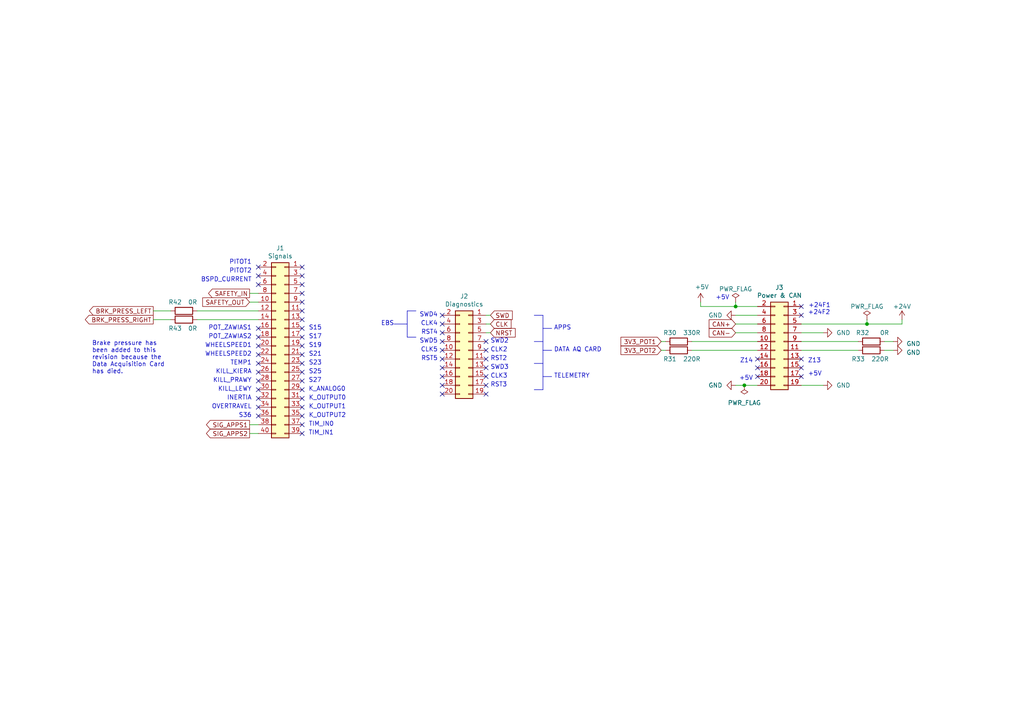
<source format=kicad_sch>
(kicad_sch (version 20230121) (generator eeschema)
  (paper "A4")
  (title_block (title "Connectors") (date "2023-06-30") (rev "2.0") (company "S. Sambor") (comment 1 "J. Jurczak") (comment 2 "P. Gawron") (comment 3 "I. Kajdan"))
  (lib_symbols
    (symbol "Connector_Generic:Conn_02x10_Odd_Even" (pin_names (offset 1.016) hide)
      (property "Reference" "J" (at 1.27 12.7 0))
      (property "Value" "Conn_02x10_Odd_Even" (at 1.27 -15.24 0))
      (symbol "Conn_02x10_Odd_Even_1_1"
        (rectangle (start -1.27 -12.573) (end 0 -12.827) (stroke (width 0.1524)))
        (rectangle (start -1.27 -10.033) (end 0 -10.287) (stroke (width 0.1524)))
        (rectangle (start -1.27 -7.493) (end 0 -7.747) (stroke (width 0.1524)))
        (rectangle (start -1.27 -4.953) (end 0 -5.207) (stroke (width 0.1524)))
        (rectangle (start -1.27 -2.413) (end 0 -2.667) (stroke (width 0.1524)))
        (rectangle (start -1.27 0.127) (end 0 -0.127) (stroke (width 0.1524)))
        (rectangle (start -1.27 2.667) (end 0 2.413) (stroke (width 0.1524)))
        (rectangle (start -1.27 5.207) (end 0 4.953) (stroke (width 0.1524)))
        (rectangle (start -1.27 7.747) (end 0 7.493) (stroke (width 0.1524)))
        (rectangle (start -1.27 10.287) (end 0 10.033) (stroke (width 0.1524)))
        (rectangle (start -1.27 11.43) (end 3.81 -13.97) (stroke (width 0.254)) (fill (type background)))
        (rectangle (start 3.81 -12.573) (end 2.54 -12.827) (stroke (width 0.1524)))
        (rectangle (start 3.81 -10.033) (end 2.54 -10.287) (stroke (width 0.1524)))
        (rectangle (start 3.81 -7.493) (end 2.54 -7.747) (stroke (width 0.1524)))
        (rectangle (start 3.81 -4.953) (end 2.54 -5.207) (stroke (width 0.1524)))
        (rectangle (start 3.81 -2.413) (end 2.54 -2.667) (stroke (width 0.1524)))
        (rectangle (start 3.81 0.127) (end 2.54 -0.127) (stroke (width 0.1524)))
        (rectangle (start 3.81 2.667) (end 2.54 2.413) (stroke (width 0.1524)))
        (rectangle (start 3.81 5.207) (end 2.54 4.953) (stroke (width 0.1524)))
        (rectangle (start 3.81 7.747) (end 2.54 7.493) (stroke (width 0.1524)))
        (rectangle (start 3.81 10.287) (end 2.54 10.033) (stroke (width 0.1524)))
        (pin passive line (at -5.08 10.16 0) (length 3.81) (name "Pin_1") (number "1"))
        (pin passive line (at 7.62 0 180) (length 3.81) (name "Pin_10") (number "10"))
        (pin passive line (at -5.08 -2.54 0) (length 3.81) (name "Pin_11") (number "11"))
        (pin passive line (at 7.62 -2.54 180) (length 3.81) (name "Pin_12") (number "12"))
        (pin passive line (at -5.08 -5.08 0) (length 3.81) (name "Pin_13") (number "13"))
        (pin passive line (at 7.62 -5.08 180) (length 3.81) (name "Pin_14") (number "14"))
        (pin passive line (at -5.08 -7.62 0) (length 3.81) (name "Pin_15") (number "15"))
        (pin passive line (at 7.62 -7.62 180) (length 3.81) (name "Pin_16") (number "16"))
        (pin passive line (at -5.08 -10.16 0) (length 3.81) (name "Pin_17") (number "17"))
        (pin passive line (at 7.62 -10.16 180) (length 3.81) (name "Pin_18") (number "18"))
        (pin passive line (at -5.08 -12.7 0) (length 3.81) (name "Pin_19") (number "19"))
        (pin passive line (at 7.62 10.16 180) (length 3.81) (name "Pin_2") (number "2"))
        (pin passive line (at 7.62 -12.7 180) (length 3.81) (name "Pin_20") (number "20"))
        (pin passive line (at -5.08 7.62 0) (length 3.81) (name "Pin_3") (number "3"))
        (pin passive line (at 7.62 7.62 180) (length 3.81) (name "Pin_4") (number "4"))
        (pin passive line (at -5.08 5.08 0) (length 3.81) (name "Pin_5") (number "5"))
        (pin passive line (at 7.62 5.08 180) (length 3.81) (name "Pin_6") (number "6"))
        (pin passive line (at -5.08 2.54 0) (length 3.81) (name "Pin_7") (number "7"))
        (pin passive line (at 7.62 2.54 180) (length 3.81) (name "Pin_8") (number "8"))
        (pin passive line (at -5.08 0 0) (length 3.81) (name "Pin_9") (number "9"))
      )
    )
    (symbol "Connector_Generic:Conn_02x20_Odd_Even" (pin_names (offset 1.016) hide)
      (property "Reference" "J" (at 1.27 25.4 0))
      (property "Value" "Conn_02x20_Odd_Even" (at 1.27 -27.94 0))
      (symbol "Conn_02x20_Odd_Even_1_1"
        (rectangle (start -1.27 -25.273) (end 0 -25.527) (stroke (width 0.1524)))
        (rectangle (start -1.27 -22.733) (end 0 -22.987) (stroke (width 0.1524)))
        (rectangle (start -1.27 -20.193) (end 0 -20.447) (stroke (width 0.1524)))
        (rectangle (start -1.27 -17.653) (end 0 -17.907) (stroke (width 0.1524)))
        (rectangle (start -1.27 -15.113) (end 0 -15.367) (stroke (width 0.1524)))
        (rectangle (start -1.27 -12.573) (end 0 -12.827) (stroke (width 0.1524)))
        (rectangle (start -1.27 -10.033) (end 0 -10.287) (stroke (width 0.1524)))
        (rectangle (start -1.27 -7.493) (end 0 -7.747) (stroke (width 0.1524)))
        (rectangle (start -1.27 -4.953) (end 0 -5.207) (stroke (width 0.1524)))
        (rectangle (start -1.27 -2.413) (end 0 -2.667) (stroke (width 0.1524)))
        (rectangle (start -1.27 0.127) (end 0 -0.127) (stroke (width 0.1524)))
        (rectangle (start -1.27 2.667) (end 0 2.413) (stroke (width 0.1524)))
        (rectangle (start -1.27 5.207) (end 0 4.953) (stroke (width 0.1524)))
        (rectangle (start -1.27 7.747) (end 0 7.493) (stroke (width 0.1524)))
        (rectangle (start -1.27 10.287) (end 0 10.033) (stroke (width 0.1524)))
        (rectangle (start -1.27 12.827) (end 0 12.573) (stroke (width 0.1524)))
        (rectangle (start -1.27 15.367) (end 0 15.113) (stroke (width 0.1524)))
        (rectangle (start -1.27 17.907) (end 0 17.653) (stroke (width 0.1524)))
        (rectangle (start -1.27 20.447) (end 0 20.193) (stroke (width 0.1524)))
        (rectangle (start -1.27 22.987) (end 0 22.733) (stroke (width 0.1524)))
        (rectangle (start -1.27 24.13) (end 3.81 -26.67) (stroke (width 0.254)) (fill (type background)))
        (rectangle (start 3.81 -25.273) (end 2.54 -25.527) (stroke (width 0.1524)))
        (rectangle (start 3.81 -22.733) (end 2.54 -22.987) (stroke (width 0.1524)))
        (rectangle (start 3.81 -20.193) (end 2.54 -20.447) (stroke (width 0.1524)))
        (rectangle (start 3.81 -17.653) (end 2.54 -17.907) (stroke (width 0.1524)))
        (rectangle (start 3.81 -15.113) (end 2.54 -15.367) (stroke (width 0.1524)))
        (rectangle (start 3.81 -12.573) (end 2.54 -12.827) (stroke (width 0.1524)))
        (rectangle (start 3.81 -10.033) (end 2.54 -10.287) (stroke (width 0.1524)))
        (rectangle (start 3.81 -7.493) (end 2.54 -7.747) (stroke (width 0.1524)))
        (rectangle (start 3.81 -4.953) (end 2.54 -5.207) (stroke (width 0.1524)))
        (rectangle (start 3.81 -2.413) (end 2.54 -2.667) (stroke (width 0.1524)))
        (rectangle (start 3.81 0.127) (end 2.54 -0.127) (stroke (width 0.1524)))
        (rectangle (start 3.81 2.667) (end 2.54 2.413) (stroke (width 0.1524)))
        (rectangle (start 3.81 5.207) (end 2.54 4.953) (stroke (width 0.1524)))
        (rectangle (start 3.81 7.747) (end 2.54 7.493) (stroke (width 0.1524)))
        (rectangle (start 3.81 10.287) (end 2.54 10.033) (stroke (width 0.1524)))
        (rectangle (start 3.81 12.827) (end 2.54 12.573) (stroke (width 0.1524)))
        (rectangle (start 3.81 15.367) (end 2.54 15.113) (stroke (width 0.1524)))
        (rectangle (start 3.81 17.907) (end 2.54 17.653) (stroke (width 0.1524)))
        (rectangle (start 3.81 20.447) (end 2.54 20.193) (stroke (width 0.1524)))
        (rectangle (start 3.81 22.987) (end 2.54 22.733) (stroke (width 0.1524)))
        (pin passive line (at -5.08 22.86 0) (length 3.81) (name "Pin_1") (number "1"))
        (pin passive line (at 7.62 12.7 180) (length 3.81) (name "Pin_10") (number "10"))
        (pin passive line (at -5.08 10.16 0) (length 3.81) (name "Pin_11") (number "11"))
        (pin passive line (at 7.62 10.16 180) (length 3.81) (name "Pin_12") (number "12"))
        (pin passive line (at -5.08 7.62 0) (length 3.81) (name "Pin_13") (number "13"))
        (pin passive line (at 7.62 7.62 180) (length 3.81) (name "Pin_14") (number "14"))
        (pin passive line (at -5.08 5.08 0) (length 3.81) (name "Pin_15") (number "15"))
        (pin passive line (at 7.62 5.08 180) (length 3.81) (name "Pin_16") (number "16"))
        (pin passive line (at -5.08 2.54 0) (length 3.81) (name "Pin_17") (number "17"))
        (pin passive line (at 7.62 2.54 180) (length 3.81) (name "Pin_18") (number "18"))
        (pin passive line (at -5.08 0 0) (length 3.81) (name "Pin_19") (number "19"))
        (pin passive line (at 7.62 22.86 180) (length 3.81) (name "Pin_2") (number "2"))
        (pin passive line (at 7.62 0 180) (length 3.81) (name "Pin_20") (number "20"))
        (pin passive line (at -5.08 -2.54 0) (length 3.81) (name "Pin_21") (number "21"))
        (pin passive line (at 7.62 -2.54 180) (length 3.81) (name "Pin_22") (number "22"))
        (pin passive line (at -5.08 -5.08 0) (length 3.81) (name "Pin_23") (number "23"))
        (pin passive line (at 7.62 -5.08 180) (length 3.81) (name "Pin_24") (number "24"))
        (pin passive line (at -5.08 -7.62 0) (length 3.81) (name "Pin_25") (number "25"))
        (pin passive line (at 7.62 -7.62 180) (length 3.81) (name "Pin_26") (number "26"))
        (pin passive line (at -5.08 -10.16 0) (length 3.81) (name "Pin_27") (number "27"))
        (pin passive line (at 7.62 -10.16 180) (length 3.81) (name "Pin_28") (number "28"))
        (pin passive line (at -5.08 -12.7 0) (length 3.81) (name "Pin_29") (number "29"))
        (pin passive line (at -5.08 20.32 0) (length 3.81) (name "Pin_3") (number "3"))
        (pin passive line (at 7.62 -12.7 180) (length 3.81) (name "Pin_30") (number "30"))
        (pin passive line (at -5.08 -15.24 0) (length 3.81) (name "Pin_31") (number "31"))
        (pin passive line (at 7.62 -15.24 180) (length 3.81) (name "Pin_32") (number "32"))
        (pin passive line (at -5.08 -17.78 0) (length 3.81) (name "Pin_33") (number "33"))
        (pin passive line (at 7.62 -17.78 180) (length 3.81) (name "Pin_34") (number "34"))
        (pin passive line (at -5.08 -20.32 0) (length 3.81) (name "Pin_35") (number "35"))
        (pin passive line (at 7.62 -20.32 180) (length 3.81) (name "Pin_36") (number "36"))
        (pin passive line (at -5.08 -22.86 0) (length 3.81) (name "Pin_37") (number "37"))
        (pin passive line (at 7.62 -22.86 180) (length 3.81) (name "Pin_38") (number "38"))
        (pin passive line (at -5.08 -25.4 0) (length 3.81) (name "Pin_39") (number "39"))
        (pin passive line (at 7.62 20.32 180) (length 3.81) (name "Pin_4") (number "4"))
        (pin passive line (at 7.62 -25.4 180) (length 3.81) (name "Pin_40") (number "40"))
        (pin passive line (at -5.08 17.78 0) (length 3.81) (name "Pin_5") (number "5"))
        (pin passive line (at 7.62 17.78 180) (length 3.81) (name "Pin_6") (number "6"))
        (pin passive line (at -5.08 15.24 0) (length 3.81) (name "Pin_7") (number "7"))
        (pin passive line (at 7.62 15.24 180) (length 3.81) (name "Pin_8") (number "8"))
        (pin passive line (at -5.08 12.7 0) (length 3.81) (name "Pin_9") (number "9"))
      )
    )
    (symbol "Device:R" (pin_numbers hide) (pin_names (offset 0))
      (property "Reference" "R" (at 2.032 0 90))
      (property "Value" "R" (at 0 0 90))
      (symbol "R_0_1"
        (rectangle (start -1.016 -2.54) (end 1.016 2.54) (stroke (width 0.254)))
      )
      (symbol "R_1_1"
        (pin passive line (at 0 3.81 270) (length 1.27) (name "~") (number "1"))
        (pin passive line (at 0 -3.81 90) (length 1.27) (name "~") (number "2"))
      )
    )
    (symbol "power:+24V" (power) (pin_names (offset 0))
      (property "Value" "+24V" (at 0 3.556 0))
      (symbol "+24V_0_1"
        (polyline (pts (xy -0.762 1.27) (xy 0 2.54)))
        (polyline (pts (xy 0 0) (xy 0 2.54)))
        (polyline (pts (xy 0 2.54) (xy 0.762 1.27)))
      )
      (symbol "+24V_1_1"
        (pin power_in line (at 0 0 90) (length 0) hide (name "+24V") (number "1"))
      )
    )
    (symbol "power:+5V" (power) (pin_names (offset 0))
      (property "Value" "+5V" (at 0 3.556 0))
      (symbol "+5V_0_1"
        (polyline (pts (xy -0.762 1.27) (xy 0 2.54)))
        (polyline (pts (xy 0 0) (xy 0 2.54)))
        (polyline (pts (xy 0 2.54) (xy 0.762 1.27)))
      )
      (symbol "+5V_1_1"
        (pin power_in line (at 0 0 90) (length 0) hide (name "+5V") (number "1"))
      )
    )
    (symbol "power:GND" (power) (pin_names (offset 0))
      (property "Value" "GND" (at 0 -3.81 0))
      (symbol "GND_0_1"
        (polyline (pts (xy 0 0) (xy 0 -1.27) (xy 1.27 -1.27) (xy 0 -2.54) (xy -1.27 -1.27) (xy 0 -1.27)))
      )
      (symbol "GND_1_1"
        (pin power_in line (at 0 0 270) (length 0) hide (name "GND") (number "1"))
      )
    )
    (symbol "power:PWR_FLAG" (power) (pin_numbers hide) (pin_names (offset 0) hide)
      (property "Value" "PWR_FLAG" (at 0 3.81 0))
      (symbol "PWR_FLAG_0_0"
        (pin power_out line (at 0 0 90) (length 0) (name "pwr") (number "1"))
      )
      (symbol "PWR_FLAG_0_1"
        (polyline (pts (xy 0 0) (xy 0 1.27) (xy -1.016 1.905) (xy 0 2.54) (xy 1.016 1.905) (xy 0 1.27)))
      )
    )
  )
  (junction (at 213.36 88.9))
  (junction (at 251.46 93.98))
  (junction (at 215.9 111.76))
  (no_connect (at 87.63 80.01))
  (no_connect (at 140.97 99.06))
  (no_connect (at 140.97 111.76))
  (no_connect (at 140.97 101.6))
  (no_connect (at 140.97 104.14))
  (no_connect (at 128.27 91.44))
  (no_connect (at 128.27 93.98))
  (no_connect (at 128.27 96.52))
  (no_connect (at 128.27 99.06))
  (no_connect (at 128.27 101.6))
  (no_connect (at 128.27 104.14))
  (no_connect (at 140.97 106.68))
  (no_connect (at 140.97 109.22))
  (no_connect (at 128.27 111.76))
  (no_connect (at 87.63 77.47))
  (no_connect (at 87.63 85.09))
  (no_connect (at 87.63 82.55))
  (no_connect (at 74.93 115.57))
  (no_connect (at 74.93 118.11))
  (no_connect (at 74.93 120.65))
  (no_connect (at 74.93 105.41))
  (no_connect (at 74.93 107.95))
  (no_connect (at 74.93 110.49))
  (no_connect (at 74.93 113.03))
  (no_connect (at 74.93 95.25))
  (no_connect (at 74.93 97.79))
  (no_connect (at 74.93 100.33))
  (no_connect (at 74.93 102.87))
  (no_connect (at 74.93 77.47))
  (no_connect (at 74.93 80.01))
  (no_connect (at 74.93 82.55))
  (no_connect (at 87.63 87.63))
  (no_connect (at 232.41 91.44))
  (no_connect (at 232.41 109.22))
  (no_connect (at 232.41 104.14))
  (no_connect (at 219.71 104.14))
  (no_connect (at 219.71 109.22))
  (no_connect (at 232.41 106.68))
  (no_connect (at 87.63 115.57))
  (no_connect (at 87.63 107.95))
  (no_connect (at 87.63 110.49))
  (no_connect (at 87.63 113.03))
  (no_connect (at 87.63 118.11))
  (no_connect (at 87.63 120.65))
  (no_connect (at 87.63 123.19))
  (no_connect (at 87.63 125.73))
  (no_connect (at 87.63 97.79))
  (no_connect (at 87.63 100.33))
  (no_connect (at 87.63 102.87))
  (no_connect (at 87.63 105.41))
  (no_connect (at 87.63 95.25))
  (no_connect (at 128.27 106.68))
  (no_connect (at 232.41 88.9))
  (no_connect (at 128.27 109.22))
  (no_connect (at 87.63 92.71))
  (no_connect (at 87.63 90.17))
  (no_connect (at 128.27 114.3))
  (no_connect (at 219.71 106.68))
  (no_connect (at 140.97 114.3))
  (polyline (pts (xy 157.48 91.44) (xy 157.48 113.03)))
  (wire (pts (xy 261.62 93.98) (xy 261.62 92.71)))
  (wire (pts (xy 203.2 87.63) (xy 203.2 88.9)))
  (wire (pts (xy 232.41 99.06) (xy 248.92 99.06)))
  (wire (pts (xy 256.54 99.06) (xy 259.08 99.06)))
  (wire (pts (xy 232.41 93.98) (xy 251.46 93.98)))
  (polyline (pts (xy 118.11 97.79) (xy 120.65 97.79)))
  (wire (pts (xy 72.39 125.73) (xy 74.93 125.73)))
  (polyline (pts (xy 157.48 95.25) (xy 160.02 95.25)))
  (polyline (pts (xy 157.48 109.22) (xy 160.02 109.22)))
  (wire (pts (xy 57.15 92.71) (xy 74.93 92.71)))
  (polyline (pts (xy 157.48 105.41) (xy 154.94 105.41)))
  (wire (pts (xy 213.36 88.9) (xy 219.71 88.9)))
  (wire (pts (xy 72.39 85.09) (xy 74.93 85.09)))
  (wire (pts (xy 72.39 87.63) (xy 74.93 87.63)))
  (wire (pts (xy 219.71 111.76) (xy 215.9 111.76)))
  (wire (pts (xy 140.97 93.98) (xy 142.24 93.98)))
  (polyline (pts (xy 118.11 93.98) (xy 114.3 93.98)))
  (wire (pts (xy 72.39 123.19) (xy 74.93 123.19)))
  (wire (pts (xy 44.45 90.17) (xy 49.53 90.17)))
  (polyline (pts (xy 157.48 113.03) (xy 154.94 113.03)))
  (wire (pts (xy 219.71 91.44) (xy 213.36 91.44)))
  (polyline (pts (xy 157.48 101.6) (xy 160.02 101.6)))
  (wire (pts (xy 256.54 101.6) (xy 259.08 101.6)))
  (wire (pts (xy 200.66 101.6) (xy 219.71 101.6)))
  (wire (pts (xy 219.71 96.52) (xy 213.36 96.52)))
  (wire (pts (xy 213.36 87.63) (xy 213.36 88.9)))
  (wire (pts (xy 232.41 96.52) (xy 238.76 96.52)))
  (polyline (pts (xy 120.65 90.17) (xy 118.11 90.17)))
  (wire (pts (xy 200.66 99.06) (xy 219.71 99.06)))
  (wire (pts (xy 140.97 96.52) (xy 142.24 96.52)))
  (wire (pts (xy 191.77 101.6) (xy 193.04 101.6)))
  (wire (pts (xy 232.41 111.76) (xy 238.76 111.76)))
  (polyline (pts (xy 154.94 91.44) (xy 157.48 91.44)))
  (wire (pts (xy 44.45 92.71) (xy 49.53 92.71)))
  (wire (pts (xy 215.9 111.76) (xy 213.36 111.76)))
  (wire (pts (xy 219.71 93.98) (xy 213.36 93.98)))
  (wire (pts (xy 203.2 88.9) (xy 213.36 88.9)))
  (wire (pts (xy 140.97 91.44) (xy 142.24 91.44)))
  (wire (pts (xy 191.77 99.06) (xy 193.04 99.06)))
  (wire (pts (xy 251.46 92.71) (xy 251.46 93.98)))
  (wire (pts (xy 57.15 90.17) (xy 74.93 90.17)))
  (polyline (pts (xy 157.48 99.06) (xy 154.94 99.06)))
  (wire (pts (xy 232.41 101.6) (xy 248.92 101.6)))
  (wire (pts (xy 251.46 93.98) (xy 261.62 93.98)))
  (polyline (pts (xy 118.11 90.17) (xy 118.11 97.79)))
  (text_box "Brake pressure has been added to this revision because the Data Acquisition Card has died." (at 25.7175 97.7105 0) (size 23.8125 11.5095) (stroke (width -0.0001)) (effects (font (size 1.27 1.27)) (justify left top)))
  (text "OVERTRAVEL" (at 73.025 118.745 0) (effects (font (size 1.27 1.27)) (justify right bottom)))
  (text "S19\n" (at 89.535 100.965 0) (effects (font (size 1.27 1.27)) (justify left bottom)))
  (text "K_OUTPUT0" (at 89.535 116.205 0) (effects (font (size 1.27 1.27)) (justify left bottom)))
  (text "SWD4" (at 127 92.075 0) (effects (font (size 1.27 1.27)) (justify right bottom)))
  (text "WHEELSPEED2" (at 73.025 103.505 0) (effects (font (size 1.27 1.27)) (justify right bottom)))
  (text "CLK2" (at 142.24 102.235 0) (effects (font (size 1.27 1.27)) (justify left bottom)))
  (text "+24F1" (at 234.442 89.408 0) (effects (font (size 1.27 1.27)) (justify left bottom)))
  (text "PITOT2" (at 73.025 79.375 0) (effects (font (size 1.27 1.27)) (justify right bottom)))
  (text "SWD5" (at 127 99.695 0) (effects (font (size 1.27 1.27)) (justify right bottom)))
  (text "KILL_PRAWY" (at 73.025 111.125 0) (effects (font (size 1.27 1.27)) (justify right bottom)))
  (text "+24F2\n" (at 234.315 91.44 0) (effects (font (size 1.27 1.27)) (justify left bottom)))
  (text "POT_ZAWIAS2" (at 73.025 98.425 0) (effects (font (size 1.27 1.27)) (justify right bottom)))
  (text "PITOT1" (at 73.025 76.835 0) (effects (font (size 1.27 1.27)) (justify right bottom)))
  (text "RST4\n" (at 127 97.155 0) (effects (font (size 1.27 1.27)) (justify right bottom)))
  (text "TEMP1" (at 73.025 106.045 0) (effects (font (size 1.27 1.27)) (justify right bottom)))
  (text "S36\n" (at 73.025 121.285 0) (effects (font (size 1.27 1.27)) (justify right bottom)))
  (text "BSPD_CURRENT" (at 73.025 81.915 0) (effects (font (size 1.27 1.27)) (justify right bottom)))
  (text "SWD2\n" (at 142.24 99.695 0) (effects (font (size 1.27 1.27)) (justify left bottom)))
  (text "K_ANALOG0" (at 89.483 113.6639 0) (effects (font (size 1.27 1.27)) (justify left bottom)))
  (text "S15" (at 89.535 95.885 0) (effects (font (size 1.27 1.27)) (justify left bottom)))
  (text "SWD3" (at 142.24 107.315 0) (effects (font (size 1.27 1.27)) (justify left bottom)))
  (text "CLK3" (at 142.24 109.855 0) (effects (font (size 1.27 1.27)) (justify left bottom)))
  (text "TELEMETRY" (at 160.655 109.855 0) (effects (font (size 1.27 1.27)) (justify left bottom)))
  (text "KILL_LEWY" (at 73.025 113.665 0) (effects (font (size 1.27 1.27)) (justify right bottom)))
  (text "WHEELSPEED1" (at 73.025 100.965 0) (effects (font (size 1.27 1.27)) (justify right bottom)))
  (text "APPS" (at 160.655 95.885 0) (effects (font (size 1.27 1.27)) (justify left bottom)))
  (text "Z14" (at 218.44 105.41 0) (effects (font (size 1.27 1.27)) (justify right bottom)))
  (text "S23" (at 89.535 106.045 0) (effects (font (size 1.27 1.27)) (justify left bottom)))
  (text "RST5" (at 127 104.775 0) (effects (font (size 1.27 1.27)) (justify right bottom)))
  (text "DATA AQ CARD" (at 160.655 102.235 0) (effects (font (size 1.27 1.27)) (justify left bottom)))
  (text "CLK5" (at 127 102.235 0) (effects (font (size 1.27 1.27)) (justify right bottom)))
  (text "K_OUTPUT2" (at 89.535 121.285 0) (effects (font (size 1.27 1.27)) (justify left bottom)))
  (text "+5V" (at 234.315 109.22 0) (effects (font (size 1.27 1.27)) (justify left bottom)))
  (text "K_OUTPUT1" (at 89.535 118.745 0) (effects (font (size 1.27 1.27)) (justify left bottom)))
  (text "RST3" (at 142.24 112.395 0) (effects (font (size 1.27 1.27)) (justify left bottom)))
  (text "S25\n" (at 89.535 108.585 0) (effects (font (size 1.27 1.27)) (justify left bottom)))
  (text "+5V" (at 211.582 87.122 0) (effects (font (size 1.27 1.27)) (justify right bottom)))
  (text "TIM_IN0" (at 89.535 123.825 0) (effects (font (size 1.27 1.27)) (justify left bottom)))
  (text "S27" (at 89.483 111.1067 0) (effects (font (size 1.27 1.27)) (justify left bottom)))
  (text "KILL_KIERA" (at 73.025 108.585 0) (effects (font (size 1.27 1.27)) (justify right bottom)))
  (text "Z13" (at 234.315 105.41 0) (effects (font (size 1.27 1.27)) (justify left bottom)))
  (text "TIM_IN1" (at 89.483 126.3456 0) (effects (font (size 1.27 1.27)) (justify left bottom)))
  (text "RST2" (at 142.24 104.775 0) (effects (font (size 1.27 1.27)) (justify left bottom)))
  (text "CLK4" (at 127 94.615 0) (effects (font (size 1.27 1.27)) (justify right bottom)))
  (text "POT_ZAWIAS1" (at 73.025 95.885 0) (effects (font (size 1.27 1.27)) (justify right bottom)))
  (text "S17" (at 89.535 98.425 0) (effects (font (size 1.27 1.27)) (justify left bottom)))
  (text "INERTIA\n" (at 73.025 116.205 0) (effects (font (size 1.27 1.27)) (justify right bottom)))
  (text "S21" (at 89.535 103.505 0) (effects (font (size 1.27 1.27)) (justify left bottom)))
  (text "+5V" (at 218.44 110.49 0) (effects (font (size 1.27 1.27)) (justify right bottom)))
  (text "EBS" (at 110.49 94.615 0) (effects (font (size 1.27 1.27)) (justify left bottom)))
  (global_label "SAFETY_OUT" (shape input) (at 72.39 87.63 180) (property "Intersheetrefs" "${INTERSHEET_REFS}" (effects hide)))
  (global_label "3V3_POT2" (shape input) (at 191.77 101.6 180) (property "Intersheetrefs" "${INTERSHEET_REFS}" (effects hide)))
  (global_label "SWD" (shape input) (at 142.24 91.44 0) (property "Intersheetrefs" "${INTERSHEET_REFS}" (effects hide)))
  (global_label "NRST" (shape input) (at 142.24 96.52 0) (property "Intersheetrefs" "${INTERSHEET_REFS}" (effects hide)))
  (global_label "BRK_PRESS_LEFT" (shape output) (at 44.45 90.17 180) (property "Intersheetrefs" "${INTERSHEET_REFS}" (effects hide)))
  (global_label "SAFETY_IN" (shape output) (at 72.39 85.09 180) (property "Intersheetrefs" "${INTERSHEET_REFS}" (effects hide)))
  (global_label "CAN-" (shape input) (at 213.36 96.52 180) (property "Intersheetrefs" "${INTERSHEET_REFS}" (effects hide)))
  (global_label "SIG_APPS1" (shape output) (at 72.39 123.19 180) (property "Intersheetrefs" "${INTERSHEET_REFS}" (effects hide)))
  (global_label "3V3_POT1" (shape input) (at 191.77 99.06 180) (property "Intersheetrefs" "${INTERSHEET_REFS}" (effects hide)))
  (global_label "CLK" (shape input) (at 142.24 93.98 0) (property "Intersheetrefs" "${INTERSHEET_REFS}" (effects hide)))
  (global_label "CAN+" (shape input) (at 213.36 93.98 180) (property "Intersheetrefs" "${INTERSHEET_REFS}" (effects hide)))
  (global_label "SIG_APPS2" (shape output) (at 72.39 125.73 180) (property "Intersheetrefs" "${INTERSHEET_REFS}" (effects hide)))
  (global_label "BRK_PRESS_RIGHT" (shape output) (at 44.45 92.71 180) (property "Intersheetrefs" "${INTERSHEET_REFS}" (effects hide)))
  (symbol (lib_id "Device:R") (at 252.73 101.6 270) (unit 1)
    (property "Reference" "R33" (at 248.92 104.14 90))
    (property "Value" "220R" (at 255.27 104.14 90))
    (property "Footprint" "Resistor_SMD:R_0603_1608Metric_Pad0.98x0.95mm_HandSolder" (effects hide))
  )
  (symbol (lib_id "Device:R") (at 53.34 92.71 90) (unit 1)
    (property "Reference" "R43" (at 50.8 95.25 90))
    (property "Value" "0R" (at 55.88 95.25 90))
    (property "Footprint" "Resistor_SMD:R_0603_1608Metric_Pad0.98x0.95mm_HandSolder" (effects hide))
  )
  (symbol (lib_id "power:+24V") (at 261.62 92.71 0) (unit 1)
    (property "Reference" "#PWR048" (effects hide))
    (property "Value" "+24V" (at 261.62 88.9 0))
  )
  (symbol (lib_id "power:GND") (at 259.08 101.6 90) (unit 1)
    (property "Reference" "#PWR047" (effects hide))
    (property "Value" "GND" (at 262.89 102.235 90) (effects (justify right)))
  )
  (symbol (lib_id "Device:R") (at 53.34 90.17 90) (mirror x) (unit 1)
    (property "Reference" "R42" (at 50.8 87.63 90))
    (property "Value" "0R" (at 55.88 87.63 90))
    (property "Footprint" "Resistor_SMD:R_0603_1608Metric_Pad0.98x0.95mm_HandSolder" (effects hide))
  )
  (symbol (lib_id "power:GND") (at 238.76 111.76 90) (unit 1)
    (property "Reference" "#PWR045" (effects hide))
    (property "Value" "GND" (at 242.57 111.76 90) (effects (justify right)))
  )
  (symbol (lib_id "Connector_Generic:Conn_02x10_Odd_Even") (at 135.89 101.6 0) (mirror y) (unit 1)
    (property "Reference" "J2" (at 134.62 85.9282 0))
    (property "Value" "Diagnostics" (at 134.62 88.2396 0))
    (property "Footprint" "Connector_PinSocket_2.54mm:PinSocket_2x10_P2.54mm_Vertical" (effects hide))
  )
  (symbol (lib_id "power:GND") (at 213.36 111.76 270) (unit 1)
    (property "Reference" "#PWR043" (effects hide))
    (property "Value" "GND" (at 209.55 111.7599 90) (effects (justify right)))
  )
  (symbol (lib_id "power:GND") (at 238.76 96.52 90) (unit 1)
    (property "Reference" "#PWR044" (effects hide))
    (property "Value" "GND" (at 242.57 96.52 90) (effects (justify right)))
  )
  (symbol (lib_id "power:+5V") (at 203.2 87.63 0) (unit 1)
    (property "Reference" "#PWR019" (effects hide))
    (property "Value" "+5V" (at 203.581 83.2358 0))
    (instances (project "apps" (path "" (reference "#PWR019") (unit 1)) (path "" (reference "#PWR041") (unit 1))))
  )
  (symbol (lib_id "power:GND") (at 259.08 99.06 90) (unit 1)
    (property "Reference" "#PWR046" (effects hide))
    (property "Value" "GND" (at 262.89 99.695 90) (effects (justify right)))
  )
  (symbol (lib_id "Connector_Generic:Conn_02x10_Odd_Even") (at 227.33 99.06 0) (mirror y) (unit 1)
    (property "Reference" "J3" (at 226.06 83.3882 0))
    (property "Value" "Power & CAN" (at 226.06 85.6996 0))
    (property "Footprint" "Connector_PinSocket_2.54mm:PinSocket_2x10_P2.54mm_Vertical" (effects hide))
  )
  (symbol (lib_id "power:PWR_FLAG") (at 213.36 87.63 0) (unit 1)
    (property "Reference" "#FLG02" (effects hide))
    (property "Value" "PWR_FLAG" (at 213.36 83.82 0))
  )
  (symbol (lib_id "power:PWR_FLAG") (at 251.46 92.71 0) (unit 1)
    (property "Reference" "#FLG04" (effects hide))
    (property "Value" "PWR_FLAG" (at 251.46 88.9 0))
  )
  (symbol (lib_id "Connector_Generic:Conn_02x20_Odd_Even") (at 82.55 100.33 0) (mirror y) (unit 1)
    (property "Reference" "J1" (at 81.28 71.9582 0))
    (property "Value" "Signals" (at 81.28 74.2696 0))
    (property "Footprint" "Connector_PinSocket_2.54mm:PinSocket_2x20_P2.54mm_Vertical" (effects hide))
  )
  (symbol (lib_id "power:GND") (at 213.36 91.44 270) (unit 1)
    (property "Reference" "#PWR042" (effects hide))
    (property "Value" "GND" (at 209.55 91.4399 90) (effects (justify right)))
  )
  (symbol (lib_id "Device:R") (at 196.85 99.06 90) (unit 1)
    (property "Reference" "R30" (at 194.31 96.52 90))
    (property "Value" "330R" (at 200.66 96.52 90))
    (property "Footprint" "Resistor_SMD:R_0603_1608Metric_Pad0.98x0.95mm_HandSolder" (effects hide))
  )
  (symbol (lib_id "Device:R") (at 252.73 99.06 270) (unit 1)
    (property "Reference" "R32" (at 250.19 96.52 90))
    (property "Value" "0R" (at 256.54 96.52 90))
    (property "Footprint" "Resistor_SMD:R_0603_1608Metric_Pad0.98x0.95mm_HandSolder" (effects hide))
  )
  (symbol (lib_id "Device:R") (at 196.85 101.6 90) (unit 1)
    (property "Reference" "R31" (at 194.31 104.14 90))
    (property "Value" "220R" (at 200.66 104.14 90))
    (property "Footprint" "Resistor_SMD:R_0603_1608Metric_Pad0.98x0.95mm_HandSolder" (effects hide))
  )
  (symbol (lib_id "power:PWR_FLAG") (at 215.9 111.76 180) (unit 1)
    (property "Reference" "#FLG03" (effects hide))
    (property "Value" "PWR_FLAG" (at 215.9 116.84 0))
  )
)
</source>
